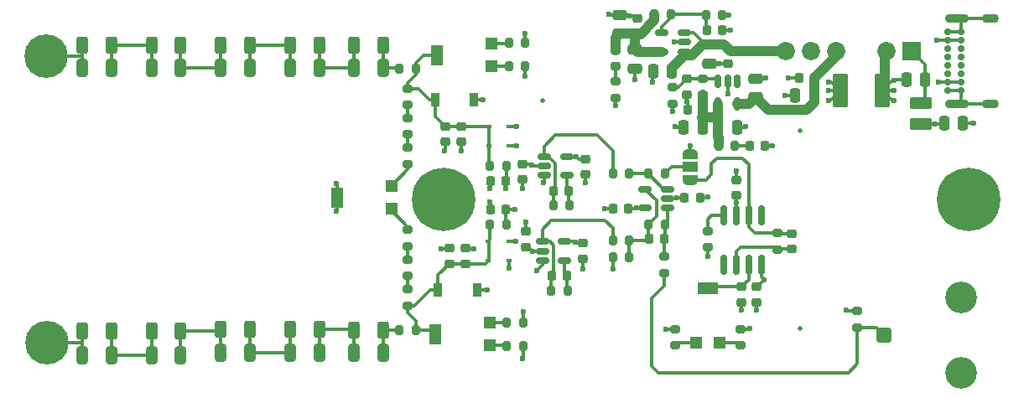
<source format=gbr>
%TF.GenerationSoftware,KiCad,Pcbnew,(6.0.0)*%
%TF.CreationDate,2024-01-04T18:13:25+01:00*%
%TF.ProjectId,Differential_Probe_v1r1,44696666-6572-4656-9e74-69616c5f5072,rev?*%
%TF.SameCoordinates,Original*%
%TF.FileFunction,Copper,L1,Top*%
%TF.FilePolarity,Positive*%
%FSLAX46Y46*%
G04 Gerber Fmt 4.6, Leading zero omitted, Abs format (unit mm)*
G04 Created by KiCad (PCBNEW (6.0.0)) date 2024-01-04 18:13:25*
%MOMM*%
%LPD*%
G01*
G04 APERTURE LIST*
G04 Aperture macros list*
%AMRoundRect*
0 Rectangle with rounded corners*
0 $1 Rounding radius*
0 $2 $3 $4 $5 $6 $7 $8 $9 X,Y pos of 4 corners*
0 Add a 4 corners polygon primitive as box body*
4,1,4,$2,$3,$4,$5,$6,$7,$8,$9,$2,$3,0*
0 Add four circle primitives for the rounded corners*
1,1,$1+$1,$2,$3*
1,1,$1+$1,$4,$5*
1,1,$1+$1,$6,$7*
1,1,$1+$1,$8,$9*
0 Add four rect primitives between the rounded corners*
20,1,$1+$1,$2,$3,$4,$5,0*
20,1,$1+$1,$4,$5,$6,$7,0*
20,1,$1+$1,$6,$7,$8,$9,0*
20,1,$1+$1,$8,$9,$2,$3,0*%
%AMFreePoly0*
4,1,22,0.550000,-0.750000,0.000000,-0.750000,0.000000,-0.745033,-0.079941,-0.743568,-0.215256,-0.701293,-0.333266,-0.622738,-0.424486,-0.514219,-0.481581,-0.384460,-0.499164,-0.250000,-0.500000,-0.250000,-0.500000,0.250000,-0.499164,0.250000,-0.499963,0.256109,-0.478152,0.396186,-0.417904,0.524511,-0.324060,0.630769,-0.204165,0.706417,-0.067858,0.745374,0.000000,0.744959,0.000000,0.750000,
0.550000,0.750000,0.550000,-0.750000,0.550000,-0.750000,$1*%
%AMFreePoly1*
4,1,20,0.000000,0.744959,0.073905,0.744508,0.209726,0.703889,0.328688,0.626782,0.421226,0.519385,0.479903,0.390333,0.500000,0.250000,0.500000,-0.250000,0.499851,-0.262216,0.476331,-0.402017,0.414519,-0.529596,0.319384,-0.634700,0.198574,-0.708877,0.061801,-0.746166,0.000000,-0.745033,0.000000,-0.750000,-0.550000,-0.750000,-0.550000,0.750000,0.000000,0.750000,0.000000,0.744959,
0.000000,0.744959,$1*%
G04 Aperture macros list end*
%TA.AperFunction,ComponentPad*%
%ADD10C,6.400000*%
%TD*%
%TA.AperFunction,ComponentPad*%
%ADD11C,0.800000*%
%TD*%
%TA.AperFunction,SMDPad,CuDef*%
%ADD12RoundRect,0.200000X0.200000X0.275000X-0.200000X0.275000X-0.200000X-0.275000X0.200000X-0.275000X0*%
%TD*%
%TA.AperFunction,SMDPad,CuDef*%
%ADD13R,1.300000X1.300000*%
%TD*%
%TA.AperFunction,SMDPad,CuDef*%
%ADD14R,2.000000X1.300000*%
%TD*%
%TA.AperFunction,SMDPad,CuDef*%
%ADD15RoundRect,0.250000X0.250000X0.475000X-0.250000X0.475000X-0.250000X-0.475000X0.250000X-0.475000X0*%
%TD*%
%TA.AperFunction,SMDPad,CuDef*%
%ADD16RoundRect,0.250000X-0.250000X-0.475000X0.250000X-0.475000X0.250000X0.475000X-0.250000X0.475000X0*%
%TD*%
%TA.AperFunction,SMDPad,CuDef*%
%ADD17RoundRect,0.250000X-0.325000X-0.650000X0.325000X-0.650000X0.325000X0.650000X-0.325000X0.650000X0*%
%TD*%
%TA.AperFunction,SMDPad,CuDef*%
%ADD18RoundRect,0.200000X-0.200000X-0.275000X0.200000X-0.275000X0.200000X0.275000X-0.200000X0.275000X0*%
%TD*%
%TA.AperFunction,SMDPad,CuDef*%
%ADD19R,0.600000X0.450000*%
%TD*%
%TA.AperFunction,SMDPad,CuDef*%
%ADD20RoundRect,0.250000X-0.475000X0.250000X-0.475000X-0.250000X0.475000X-0.250000X0.475000X0.250000X0*%
%TD*%
%TA.AperFunction,SMDPad,CuDef*%
%ADD21RoundRect,0.225000X0.250000X-0.225000X0.250000X0.225000X-0.250000X0.225000X-0.250000X-0.225000X0*%
%TD*%
%TA.AperFunction,SMDPad,CuDef*%
%ADD22RoundRect,0.200000X0.275000X-0.200000X0.275000X0.200000X-0.275000X0.200000X-0.275000X-0.200000X0*%
%TD*%
%TA.AperFunction,ComponentPad*%
%ADD23C,0.700000*%
%TD*%
%TA.AperFunction,ComponentPad*%
%ADD24C,4.400000*%
%TD*%
%TA.AperFunction,SMDPad,CuDef*%
%ADD25RoundRect,0.150000X-0.150000X0.512500X-0.150000X-0.512500X0.150000X-0.512500X0.150000X0.512500X0*%
%TD*%
%TA.AperFunction,SMDPad,CuDef*%
%ADD26RoundRect,0.250000X0.475000X-0.250000X0.475000X0.250000X-0.475000X0.250000X-0.475000X-0.250000X0*%
%TD*%
%TA.AperFunction,SMDPad,CuDef*%
%ADD27RoundRect,0.225000X-0.225000X-0.250000X0.225000X-0.250000X0.225000X0.250000X-0.225000X0.250000X0*%
%TD*%
%TA.AperFunction,ComponentPad*%
%ADD28RoundRect,0.400000X-0.400000X0.400000X-0.400000X-0.400000X0.400000X-0.400000X0.400000X0.400000X0*%
%TD*%
%TA.AperFunction,ComponentPad*%
%ADD29C,3.200000*%
%TD*%
%TA.AperFunction,SMDPad,CuDef*%
%ADD30RoundRect,0.225000X0.225000X0.250000X-0.225000X0.250000X-0.225000X-0.250000X0.225000X-0.250000X0*%
%TD*%
%TA.AperFunction,SMDPad,CuDef*%
%ADD31C,0.500000*%
%TD*%
%TA.AperFunction,SMDPad,CuDef*%
%ADD32R,1.300000X2.000000*%
%TD*%
%TA.AperFunction,SMDPad,CuDef*%
%ADD33RoundRect,0.225000X-0.250000X0.225000X-0.250000X-0.225000X0.250000X-0.225000X0.250000X0.225000X0*%
%TD*%
%TA.AperFunction,SMDPad,CuDef*%
%ADD34RoundRect,0.250000X-0.312500X-0.625000X0.312500X-0.625000X0.312500X0.625000X-0.312500X0.625000X0*%
%TD*%
%TA.AperFunction,SMDPad,CuDef*%
%ADD35RoundRect,0.218750X0.256250X-0.218750X0.256250X0.218750X-0.256250X0.218750X-0.256250X-0.218750X0*%
%TD*%
%TA.AperFunction,SMDPad,CuDef*%
%ADD36RoundRect,0.250000X0.850000X-0.375000X0.850000X0.375000X-0.850000X0.375000X-0.850000X-0.375000X0*%
%TD*%
%TA.AperFunction,SMDPad,CuDef*%
%ADD37RoundRect,0.200000X-0.275000X0.200000X-0.275000X-0.200000X0.275000X-0.200000X0.275000X0.200000X0*%
%TD*%
%TA.AperFunction,ComponentPad*%
%ADD38O,2.400000X0.900000*%
%TD*%
%TA.AperFunction,ComponentPad*%
%ADD39O,1.700000X0.900000*%
%TD*%
%TA.AperFunction,SMDPad,CuDef*%
%ADD40RoundRect,0.150000X0.512500X0.150000X-0.512500X0.150000X-0.512500X-0.150000X0.512500X-0.150000X0*%
%TD*%
%TA.AperFunction,SMDPad,CuDef*%
%ADD41R,0.900000X1.400000*%
%TD*%
%TA.AperFunction,SMDPad,CuDef*%
%ADD42RoundRect,0.250000X0.537500X1.450000X-0.537500X1.450000X-0.537500X-1.450000X0.537500X-1.450000X0*%
%TD*%
%TA.AperFunction,SMDPad,CuDef*%
%ADD43FreePoly0,90.000000*%
%TD*%
%TA.AperFunction,SMDPad,CuDef*%
%ADD44R,1.500000X1.000000*%
%TD*%
%TA.AperFunction,SMDPad,CuDef*%
%ADD45FreePoly1,90.000000*%
%TD*%
%TA.AperFunction,SMDPad,CuDef*%
%ADD46RoundRect,0.150000X-0.512500X-0.150000X0.512500X-0.150000X0.512500X0.150000X-0.512500X0.150000X0*%
%TD*%
%TA.AperFunction,SMDPad,CuDef*%
%ADD47RoundRect,0.150000X0.150000X-0.825000X0.150000X0.825000X-0.150000X0.825000X-0.150000X-0.825000X0*%
%TD*%
%TA.AperFunction,SMDPad,CuDef*%
%ADD48RoundRect,0.218750X-0.218750X-0.256250X0.218750X-0.256250X0.218750X0.256250X-0.218750X0.256250X0*%
%TD*%
%TA.AperFunction,ComponentPad*%
%ADD49R,1.850000X1.850000*%
%TD*%
%TA.AperFunction,ComponentPad*%
%ADD50C,1.850000*%
%TD*%
%TA.AperFunction,ViaPad*%
%ADD51C,0.600000*%
%TD*%
%TA.AperFunction,Conductor*%
%ADD52C,0.350000*%
%TD*%
%TA.AperFunction,Conductor*%
%ADD53C,1.000000*%
%TD*%
G04 APERTURE END LIST*
D10*
%TO.P,H4,1,1*%
%TO.N,GND*%
X207000000Y-118000000D03*
D11*
X209400000Y-118000000D03*
X208697056Y-119697056D03*
X207000000Y-120400000D03*
X205302944Y-119697056D03*
X204600000Y-118000000D03*
X205302944Y-116302944D03*
X207000000Y-115600000D03*
X208697056Y-116302944D03*
%TD*%
D12*
%TO.P,R13,1*%
%TO.N,-6V*%
X162245000Y-102190000D03*
%TO.P,R13,2*%
%TO.N,Net-(R13-Pad2)*%
X160595000Y-102190000D03*
%TD*%
D13*
%TO.P,RV4,1,1*%
%TO.N,Net-(R31-Pad2)*%
X179550000Y-132450000D03*
D14*
%TO.P,RV4,2,2*%
%TO.N,Net-(C35-Pad2)*%
X180700000Y-126950000D03*
D13*
%TO.P,RV4,3,3*%
%TO.N,Net-(R32-Pad1)*%
X181850000Y-132450000D03*
%TD*%
D15*
%TO.P,C5,2*%
%TO.N,GND*%
X175150000Y-105000000D03*
%TO.P,C5,1*%
%TO.N,+9V*%
X177050000Y-105000000D03*
%TD*%
D16*
%TO.P,C1,1*%
%TO.N,+5V_USB*%
X204550000Y-110300000D03*
%TO.P,C1,2*%
%TO.N,GND_USB*%
X206450000Y-110300000D03*
%TD*%
D17*
%TO.P,C22,2*%
%TO.N,Net-(C22-Pad2)*%
X147937500Y-104700000D03*
%TO.P,C22,1*%
%TO.N,Net-(C16-Pad2)*%
X144987500Y-104700000D03*
%TD*%
D18*
%TO.P,R36,1*%
%TO.N,Net-(C36-Pad2)*%
X171095000Y-115390000D03*
%TO.P,R36,2*%
%TO.N,Net-(R36-Pad2)*%
X172745000Y-115390000D03*
%TD*%
D17*
%TO.P,C9,1*%
%TO.N,Net-(C7-Pad2)*%
X124525000Y-133690000D03*
%TO.P,C9,2*%
%TO.N,Net-(C11-Pad1)*%
X127475000Y-133690000D03*
%TD*%
D19*
%TO.P,D3,1,K*%
%TO.N,+6V*%
X160650000Y-124200000D03*
%TO.P,D3,2,A*%
%TO.N,Net-(C18-Pad2)*%
X158550000Y-124200000D03*
%TD*%
D20*
%TO.P,C25,1*%
%TO.N,+6V*%
X173300000Y-102850000D03*
%TO.P,C25,2*%
%TO.N,GND*%
X173300000Y-104750000D03*
%TD*%
D18*
%TO.P,R6,1*%
%TO.N,+6V*%
X175300000Y-99300000D03*
%TO.P,R6,2*%
%TO.N,Net-(C13-Pad1)*%
X176950000Y-99300000D03*
%TD*%
D21*
%TO.P,C14,1*%
%TO.N,GND*%
X178600000Y-107375000D03*
%TO.P,C14,2*%
%TO.N,Net-(C14-Pad2)*%
X178600000Y-105825000D03*
%TD*%
D22*
%TO.P,R25,1*%
%TO.N,Net-(R25-Pad1)*%
X150420000Y-125715000D03*
%TO.P,R25,2*%
%TO.N,Net-(R24-Pad1)*%
X150420000Y-124065000D03*
%TD*%
D17*
%TO.P,C7,1*%
%TO.N,Net-(C7-Pad1)*%
X117525000Y-133690000D03*
%TO.P,C7,2*%
%TO.N,Net-(C7-Pad2)*%
X120475000Y-133690000D03*
%TD*%
D23*
%TO.P,J1,1,Pin_1*%
%TO.N,Net-(C8-Pad1)*%
X112733274Y-104666726D03*
X113900000Y-101850000D03*
X112250000Y-103500000D03*
X115066726Y-102333274D03*
X115550000Y-103500000D03*
X115066726Y-104666726D03*
D24*
X113900000Y-103500000D03*
D23*
X113900000Y-105150000D03*
X112733274Y-102333274D03*
%TD*%
D25*
%TO.P,U2,1,NC*%
%TO.N,unconnected-(U2-Pad1)*%
X183650000Y-106062500D03*
%TO.P,U2,2,GND*%
%TO.N,GND*%
X182700000Y-106062500D03*
%TO.P,U2,3,ADJ*%
%TO.N,Net-(C14-Pad2)*%
X181750000Y-106062500D03*
%TO.P,U2,4,OUT*%
%TO.N,-6V*%
X181750000Y-108337500D03*
%TO.P,U2,5,IN*%
%TO.N,-9V*%
X183650000Y-108337500D03*
%TD*%
D17*
%TO.P,C11,1*%
%TO.N,Net-(C11-Pad1)*%
X131525000Y-133490000D03*
%TO.P,C11,2*%
%TO.N,Net-(C11-Pad2)*%
X134475000Y-133490000D03*
%TD*%
D26*
%TO.P,C19,1*%
%TO.N,+6V*%
X171800000Y-101250000D03*
%TO.P,C19,2*%
%TO.N,GND*%
X171800000Y-99350000D03*
%TD*%
D27*
%TO.P,C45,1*%
%TO.N,Net-(C45-Pad1)*%
X174745000Y-121990000D03*
%TO.P,C45,2*%
%TO.N,Net-(C45-Pad2)*%
X176295000Y-121990000D03*
%TD*%
D28*
%TO.P,J3,1,In*%
%TO.N,Net-(J3-Pad1)*%
X198482500Y-131690000D03*
D29*
%TO.P,J3,2,Ext*%
%TO.N,GND*%
X206282500Y-127890000D03*
X206282500Y-135490000D03*
%TD*%
D18*
%TO.P,R37,1*%
%TO.N,Net-(C39-Pad2)*%
X171095000Y-122090000D03*
%TO.P,R37,2*%
%TO.N,Net-(C45-Pad1)*%
X172745000Y-122090000D03*
%TD*%
D21*
%TO.P,C42,1*%
%TO.N,Net-(C42-Pad1)*%
X189200000Y-122975000D03*
%TO.P,C42,2*%
%TO.N,Net-(C42-Pad2)*%
X189200000Y-121425000D03*
%TD*%
D30*
%TO.P,C39,1*%
%TO.N,Net-(C39-Pad1)*%
X166475000Y-125690000D03*
%TO.P,C39,2*%
%TO.N,Net-(C39-Pad2)*%
X164925000Y-125690000D03*
%TD*%
D31*
%TO.P,FID1,*%
%TO.N,*%
X190000000Y-111000000D03*
%TD*%
D13*
%TO.P,RV1,1,1*%
%TO.N,Net-(R3-Pad1)*%
X158870000Y-104540000D03*
D32*
%TO.P,RV1,2,2*%
%TO.N,Net-(C17-Pad1)*%
X153370000Y-103390000D03*
D13*
%TO.P,RV1,3,3*%
%TO.N,Net-(R13-Pad2)*%
X158870000Y-102240000D03*
%TD*%
D12*
%TO.P,R33,2*%
%TO.N,Net-(C36-Pad2)*%
X165080000Y-118610000D03*
%TO.P,R33,1*%
%TO.N,Net-(C36-Pad1)*%
X166730000Y-118610000D03*
%TD*%
D33*
%TO.P,C29,1*%
%TO.N,GND*%
X173600000Y-99725000D03*
%TO.P,C29,2*%
%TO.N,+6V*%
X173600000Y-101275000D03*
%TD*%
D30*
%TO.P,C36,1*%
%TO.N,Net-(C36-Pad1)*%
X166655000Y-117110000D03*
%TO.P,C36,2*%
%TO.N,Net-(C36-Pad2)*%
X165105000Y-117110000D03*
%TD*%
D34*
%TO.P,R18,1*%
%TO.N,Net-(C16-Pad2)*%
X145000000Y-102400000D03*
%TO.P,R18,2*%
%TO.N,Net-(C22-Pad2)*%
X147925000Y-102400000D03*
%TD*%
D18*
%TO.P,R41,1*%
%TO.N,Net-(C45-Pad1)*%
X174695000Y-120490000D03*
%TO.P,R41,2*%
%TO.N,Net-(C45-Pad2)*%
X176345000Y-120490000D03*
%TD*%
D12*
%TO.P,R30,1*%
%TO.N,Net-(D6-Pad1)*%
X183425000Y-112600000D03*
%TO.P,R30,2*%
%TO.N,-6V*%
X181775000Y-112600000D03*
%TD*%
D17*
%TO.P,C15,1*%
%TO.N,Net-(C11-Pad2)*%
X138562500Y-133490000D03*
%TO.P,C15,2*%
%TO.N,Net-(C15-Pad2)*%
X141512500Y-133490000D03*
%TD*%
D34*
%TO.P,R10,1*%
%TO.N,Net-(C10-Pad1)*%
X124537500Y-102400000D03*
%TO.P,R10,2*%
%TO.N,Net-(C10-Pad2)*%
X127462500Y-102400000D03*
%TD*%
D16*
%TO.P,C4,1*%
%TO.N,GND*%
X189525000Y-107500000D03*
%TO.P,C4,2*%
%TO.N,-9V*%
X191425000Y-107500000D03*
%TD*%
D18*
%TO.P,R3,1*%
%TO.N,Net-(R3-Pad1)*%
X160595000Y-104490000D03*
%TO.P,R3,2*%
%TO.N,+6V*%
X162245000Y-104490000D03*
%TD*%
D16*
%TO.P,C26,1*%
%TO.N,GND*%
X178250000Y-110700000D03*
%TO.P,C26,2*%
%TO.N,-6V*%
X180150000Y-110700000D03*
%TD*%
D15*
%TO.P,C20,1*%
%TO.N,GND*%
X183650000Y-110700000D03*
%TO.P,C20,2*%
%TO.N,-6V*%
X181750000Y-110700000D03*
%TD*%
D35*
%TO.P,D5,1,K*%
%TO.N,Net-(D5-Pad1)*%
X171400000Y-104487500D03*
%TO.P,D5,2,A*%
%TO.N,+6V*%
X171400000Y-102912500D03*
%TD*%
D22*
%TO.P,R21,1*%
%TO.N,Net-(R21-Pad1)*%
X150420000Y-108415000D03*
%TO.P,R21,2*%
%TO.N,Net-(C17-Pad1)*%
X150420000Y-106765000D03*
%TD*%
D21*
%TO.P,C40,1*%
%TO.N,+6V*%
X183600000Y-117575000D03*
%TO.P,C40,2*%
%TO.N,GND*%
X183600000Y-116025000D03*
%TD*%
D30*
%TO.P,C31,1*%
%TO.N,Net-(C31-Pad1)*%
X160295000Y-116090000D03*
%TO.P,C31,2*%
%TO.N,GND*%
X158745000Y-116090000D03*
%TD*%
D34*
%TO.P,R12,1*%
%TO.N,Net-(C10-Pad2)*%
X131537500Y-102400000D03*
%TO.P,R12,2*%
%TO.N,Net-(C12-Pad2)*%
X134462500Y-102400000D03*
%TD*%
D22*
%TO.P,R23,1*%
%TO.N,Net-(R23-Pad1)*%
X150420000Y-114415000D03*
%TO.P,R23,2*%
%TO.N,Net-(R22-Pad1)*%
X150420000Y-112765000D03*
%TD*%
D12*
%TO.P,R28,1*%
%TO.N,Net-(C31-Pad1)*%
X160345000Y-114590000D03*
%TO.P,R28,2*%
%TO.N,Net-(C17-Pad1)*%
X158695000Y-114590000D03*
%TD*%
D36*
%TO.P,L1,1*%
%TO.N,+5V_USB*%
X202200000Y-110375000D03*
%TO.P,L1,2*%
%TO.N,Net-(C2-Pad1)*%
X202200000Y-108225000D03*
%TD*%
D19*
%TO.P,D2,1,K*%
%TO.N,Net-(C17-Pad1)*%
X158570000Y-110590000D03*
%TO.P,D2,2,A*%
%TO.N,-6V*%
X160670000Y-110590000D03*
%TD*%
D22*
%TO.P,R32,1*%
%TO.N,Net-(R32-Pad1)*%
X184000000Y-132725000D03*
%TO.P,R32,2*%
%TO.N,-6V*%
X184000000Y-131075000D03*
%TD*%
D34*
%TO.P,R2,1*%
%TO.N,Net-(C8-Pad1)*%
X117537500Y-102400000D03*
%TO.P,R2,2*%
%TO.N,Net-(C10-Pad1)*%
X120462500Y-102400000D03*
%TD*%
D17*
%TO.P,C10,1*%
%TO.N,Net-(C10-Pad1)*%
X124525000Y-104700000D03*
%TO.P,C10,2*%
%TO.N,Net-(C10-Pad2)*%
X127475000Y-104700000D03*
%TD*%
D22*
%TO.P,R24,1*%
%TO.N,Net-(R24-Pad1)*%
X150420000Y-122715000D03*
%TO.P,R24,2*%
%TO.N,Net-(R24-Pad2)*%
X150420000Y-121065000D03*
%TD*%
D27*
%TO.P,C13,2*%
%TO.N,GND*%
X182125000Y-100850000D03*
%TO.P,C13,1*%
%TO.N,Net-(C13-Pad1)*%
X180575000Y-100850000D03*
%TD*%
D37*
%TO.P,R31,1*%
%TO.N,+6V*%
X177400000Y-131075000D03*
%TO.P,R31,2*%
%TO.N,Net-(R31-Pad2)*%
X177400000Y-132725000D03*
%TD*%
D38*
%TO.P,P1,S1,SHIELD*%
%TO.N,GND_USB*%
X205855000Y-99675000D03*
X205855000Y-108325000D03*
D39*
X209235000Y-99675000D03*
X209235000Y-108325000D03*
D23*
%TO.P,P1,B12,GND*%
X206225000Y-106975000D03*
%TO.P,P1,B9,VBUS*%
%TO.N,+5V_USB*%
X206225000Y-106125000D03*
%TO.P,P1,B8*%
%TO.N,N/C*%
X206225000Y-105275000D03*
%TO.P,P1,B7*%
X206225000Y-104425000D03*
%TO.P,P1,B6*%
X206225000Y-103575000D03*
%TO.P,P1,B5,VCONN*%
%TO.N,unconnected-(P1-PadB5)*%
X206225000Y-102725000D03*
%TO.P,P1,B4,VBUS*%
%TO.N,+5V_USB*%
X206225000Y-101875000D03*
%TO.P,P1,B1,GND*%
%TO.N,GND_USB*%
X206225000Y-101025000D03*
%TO.P,P1,A12,GND*%
X204875000Y-101025000D03*
%TO.P,P1,A9,VBUS*%
%TO.N,+5V_USB*%
X204875000Y-101875000D03*
%TO.P,P1,A8*%
%TO.N,N/C*%
X204875000Y-102725000D03*
%TO.P,P1,A7,D-*%
%TO.N,unconnected-(P1-PadA7)*%
X204875000Y-103575000D03*
%TO.P,P1,A6,D+*%
%TO.N,unconnected-(P1-PadA6)*%
X204875000Y-104425000D03*
%TO.P,P1,A5,CC*%
%TO.N,unconnected-(P1-PadA5)*%
X204875000Y-105275000D03*
%TO.P,P1,A4,VBUS*%
%TO.N,+5V_USB*%
X204875000Y-106125000D03*
%TO.P,P1,A1,GND*%
%TO.N,GND_USB*%
X204875000Y-106975000D03*
%TD*%
D34*
%TO.P,R17,1*%
%TO.N,Net-(C15-Pad2)*%
X145000000Y-131190000D03*
%TO.P,R17,2*%
%TO.N,Net-(C21-Pad2)*%
X147925000Y-131190000D03*
%TD*%
D40*
%TO.P,U1,5,OUT*%
%TO.N,+6V*%
X176062500Y-103050000D03*
%TO.P,U1,4,ADJ*%
%TO.N,Net-(C13-Pad1)*%
X176062500Y-101150000D03*
%TO.P,U1,3,EN*%
%TO.N,+9V*%
X178337500Y-101150000D03*
%TO.P,U1,2,GND*%
%TO.N,GND*%
X178337500Y-102100000D03*
%TO.P,U1,1,IN*%
%TO.N,+9V*%
X178337500Y-103050000D03*
%TD*%
D33*
%TO.P,C33,1*%
%TO.N,+6V*%
X168300000Y-113925000D03*
%TO.P,C33,2*%
%TO.N,GND*%
X168300000Y-115475000D03*
%TD*%
D30*
%TO.P,C30,1*%
%TO.N,-6V*%
X180175000Y-108900000D03*
%TO.P,C30,2*%
%TO.N,GND*%
X178625000Y-108900000D03*
%TD*%
D33*
%TO.P,C24,2*%
%TO.N,Net-(C18-Pad2)*%
X156200000Y-124475000D03*
%TO.P,C24,1*%
%TO.N,GND*%
X156200000Y-122925000D03*
%TD*%
D34*
%TO.P,R1,1*%
%TO.N,Net-(C7-Pad1)*%
X117537500Y-131290000D03*
%TO.P,R1,2*%
%TO.N,Net-(C7-Pad2)*%
X120462500Y-131290000D03*
%TD*%
D30*
%TO.P,C43,1*%
%TO.N,+6V*%
X172675000Y-118890000D03*
%TO.P,C43,2*%
%TO.N,GND*%
X171125000Y-118890000D03*
%TD*%
D34*
%TO.P,R16,1*%
%TO.N,Net-(C12-Pad2)*%
X138537500Y-102400000D03*
%TO.P,R16,2*%
%TO.N,Net-(C16-Pad2)*%
X141462500Y-102400000D03*
%TD*%
D33*
%TO.P,C27,1*%
%TO.N,Net-(C17-Pad1)*%
X154200000Y-110625000D03*
%TO.P,C27,2*%
%TO.N,GND*%
X154200000Y-112175000D03*
%TD*%
D30*
%TO.P,C32,1*%
%TO.N,Net-(C32-Pad1)*%
X160295000Y-118990000D03*
%TO.P,C32,2*%
%TO.N,GND*%
X158745000Y-118990000D03*
%TD*%
D17*
%TO.P,C12,2*%
%TO.N,Net-(C12-Pad2)*%
X134475000Y-104700000D03*
%TO.P,C12,1*%
%TO.N,Net-(C10-Pad2)*%
X131525000Y-104700000D03*
%TD*%
D34*
%TO.P,R5,1*%
%TO.N,Net-(C7-Pad2)*%
X124537500Y-131290000D03*
%TO.P,R5,2*%
%TO.N,Net-(C11-Pad1)*%
X127462500Y-131290000D03*
%TD*%
D33*
%TO.P,C37,1*%
%TO.N,+6V*%
X168120000Y-122415000D03*
%TO.P,C37,2*%
%TO.N,GND*%
X168120000Y-123965000D03*
%TD*%
D19*
%TO.P,D1,2,A*%
%TO.N,Net-(C17-Pad1)*%
X158570000Y-112590000D03*
%TO.P,D1,1,K*%
%TO.N,+6V*%
X160670000Y-112590000D03*
%TD*%
D12*
%TO.P,R19,1*%
%TO.N,Net-(C17-Pad1)*%
X151225000Y-104790000D03*
%TO.P,R19,2*%
%TO.N,Net-(C22-Pad2)*%
X149575000Y-104790000D03*
%TD*%
D19*
%TO.P,D4,1,K*%
%TO.N,Net-(C18-Pad2)*%
X158550000Y-122200000D03*
%TO.P,D4,2,A*%
%TO.N,-6V*%
X160650000Y-122200000D03*
%TD*%
D31*
%TO.P,FID2,*%
%TO.N,*%
X164000000Y-108000000D03*
%TD*%
D22*
%TO.P,R26,1*%
%TO.N,Net-(C18-Pad2)*%
X150420000Y-128715000D03*
%TO.P,R26,2*%
%TO.N,Net-(R25-Pad1)*%
X150420000Y-127065000D03*
%TD*%
D15*
%TO.P,C2,1*%
%TO.N,Net-(C2-Pad1)*%
X202650000Y-105900000D03*
%TO.P,C2,2*%
%TO.N,GND_USB*%
X200750000Y-105900000D03*
%TD*%
D17*
%TO.P,C16,2*%
%TO.N,Net-(C16-Pad2)*%
X141475000Y-104700000D03*
%TO.P,C16,1*%
%TO.N,Net-(C12-Pad2)*%
X138525000Y-104700000D03*
%TD*%
D13*
%TO.P,RV2,1,1*%
%TO.N,Net-(R14-Pad2)*%
X158670000Y-132740000D03*
D32*
%TO.P,RV2,2,2*%
%TO.N,Net-(C18-Pad2)*%
X153170000Y-131590000D03*
D13*
%TO.P,RV2,3,3*%
%TO.N,Net-(R4-Pad1)*%
X158670000Y-130440000D03*
%TD*%
D18*
%TO.P,R7,1*%
%TO.N,Net-(C13-Pad1)*%
X180525000Y-99350000D03*
%TO.P,R7,2*%
%TO.N,GND*%
X182175000Y-99350000D03*
%TD*%
D41*
%TO.P,C18,1*%
%TO.N,GND*%
X157370000Y-127090000D03*
%TO.P,C18,2*%
%TO.N,Net-(C18-Pad2)*%
X153470000Y-127090000D03*
%TD*%
D17*
%TO.P,C8,2*%
%TO.N,Net-(C10-Pad1)*%
X120475000Y-104700000D03*
%TO.P,C8,1*%
%TO.N,Net-(C8-Pad1)*%
X117525000Y-104700000D03*
%TD*%
D11*
%TO.P,H3,1,1*%
%TO.N,GND*%
X154000000Y-115600000D03*
X152302944Y-119697056D03*
D10*
X154000000Y-118000000D03*
D11*
X155697056Y-119697056D03*
X154000000Y-120400000D03*
X151600000Y-118000000D03*
X155697056Y-116302944D03*
X156400000Y-118000000D03*
X152302944Y-116302944D03*
%TD*%
D42*
%TO.P,C46,1*%
%TO.N,GND_USB*%
X198337500Y-107000000D03*
%TO.P,C46,2*%
%TO.N,GND*%
X194062500Y-107000000D03*
%TD*%
D33*
%TO.P,C23,1*%
%TO.N,Net-(C17-Pad1)*%
X155800000Y-110625000D03*
%TO.P,C23,2*%
%TO.N,GND*%
X155800000Y-112175000D03*
%TD*%
D12*
%TO.P,R34,1*%
%TO.N,Net-(C39-Pad1)*%
X166525000Y-127190000D03*
%TO.P,R34,2*%
%TO.N,Net-(C39-Pad2)*%
X164875000Y-127190000D03*
%TD*%
D30*
%TO.P,C48,1*%
%TO.N,-9V*%
X191450000Y-105700000D03*
%TO.P,C48,2*%
%TO.N,GND*%
X189900000Y-105700000D03*
%TD*%
D22*
%TO.P,R38,1*%
%TO.N,+6V*%
X180700000Y-122825000D03*
%TO.P,R38,2*%
%TO.N,Net-(R38-Pad2)*%
X180700000Y-121175000D03*
%TD*%
D21*
%TO.P,C35,1*%
%TO.N,GND*%
X184100000Y-128375000D03*
%TO.P,C35,2*%
%TO.N,Net-(C35-Pad2)*%
X184100000Y-126825000D03*
%TD*%
D37*
%TO.P,R27,1*%
%TO.N,Net-(D5-Pad1)*%
X171400000Y-106075000D03*
%TO.P,R27,2*%
%TO.N,GND*%
X171400000Y-107725000D03*
%TD*%
D21*
%TO.P,C38,1*%
%TO.N,-6V*%
X162300000Y-122775000D03*
%TO.P,C38,2*%
%TO.N,GND*%
X162300000Y-121225000D03*
%TD*%
D12*
%TO.P,R14,1*%
%TO.N,-6V*%
X162045000Y-132790000D03*
%TO.P,R14,2*%
%TO.N,Net-(R14-Pad2)*%
X160395000Y-132790000D03*
%TD*%
D37*
%TO.P,R35,1*%
%TO.N,Net-(C42-Pad2)*%
X187700000Y-121375000D03*
%TO.P,R35,2*%
%TO.N,Net-(C42-Pad1)*%
X187700000Y-123025000D03*
%TD*%
D22*
%TO.P,R22,1*%
%TO.N,Net-(R22-Pad1)*%
X150420000Y-111415000D03*
%TO.P,R22,2*%
%TO.N,Net-(R21-Pad1)*%
X150420000Y-109765000D03*
%TD*%
D31*
%TO.P,FID3,*%
%TO.N,*%
X190000000Y-131000000D03*
%TD*%
D12*
%TO.P,R29,1*%
%TO.N,Net-(C32-Pad1)*%
X160345000Y-120490000D03*
%TO.P,R29,2*%
%TO.N,Net-(C18-Pad2)*%
X158695000Y-120490000D03*
%TD*%
D20*
%TO.P,C3,1*%
%TO.N,+9V*%
X180900000Y-102350000D03*
%TO.P,C3,2*%
%TO.N,GND*%
X180900000Y-104250000D03*
%TD*%
D34*
%TO.P,R11,1*%
%TO.N,Net-(C11-Pad1)*%
X131537500Y-131090000D03*
%TO.P,R11,2*%
%TO.N,Net-(C11-Pad2)*%
X134462500Y-131090000D03*
%TD*%
D27*
%TO.P,C44,1*%
%TO.N,-6V*%
X178345000Y-117790000D03*
%TO.P,C44,2*%
%TO.N,GND*%
X179895000Y-117790000D03*
%TD*%
D40*
%TO.P,U6,1*%
%TO.N,Net-(C45-Pad2)*%
X176657500Y-118840000D03*
%TO.P,U6,2,V-*%
%TO.N,-6V*%
X176657500Y-117890000D03*
%TO.P,U6,3,+*%
%TO.N,Net-(R36-Pad2)*%
X176657500Y-116940000D03*
%TO.P,U6,4,-*%
%TO.N,Net-(C45-Pad1)*%
X174382500Y-116940000D03*
%TO.P,U6,5,V+*%
%TO.N,+6V*%
X174382500Y-118840000D03*
%TD*%
D43*
%TO.P,JP1,1,A*%
%TO.N,Net-(C42-Pad2)*%
X178900000Y-116000000D03*
D44*
%TO.P,JP1,2,C*%
%TO.N,Net-(JP1-Pad2)*%
X178900000Y-114700000D03*
D45*
%TO.P,JP1,3,B*%
%TO.N,GND*%
X178900000Y-113400000D03*
%TD*%
D34*
%TO.P,R15,1*%
%TO.N,Net-(C11-Pad2)*%
X138537500Y-131090000D03*
%TO.P,R15,2*%
%TO.N,Net-(C15-Pad2)*%
X141462500Y-131090000D03*
%TD*%
D18*
%TO.P,R39,1*%
%TO.N,Net-(R36-Pad2)*%
X174695000Y-115390000D03*
%TO.P,R39,2*%
%TO.N,Net-(JP1-Pad2)*%
X176345000Y-115390000D03*
%TD*%
D33*
%TO.P,C28,1*%
%TO.N,GND*%
X154600000Y-122925000D03*
%TO.P,C28,2*%
%TO.N,Net-(C18-Pad2)*%
X154600000Y-124475000D03*
%TD*%
D18*
%TO.P,R4,1*%
%TO.N,Net-(R4-Pad1)*%
X160395000Y-130390000D03*
%TO.P,R4,2*%
%TO.N,+6V*%
X162045000Y-130390000D03*
%TD*%
D33*
%TO.P,C41,1*%
%TO.N,-6V*%
X185600000Y-126825000D03*
%TO.P,C41,2*%
%TO.N,GND*%
X185600000Y-128375000D03*
%TD*%
D46*
%TO.P,U4,1*%
%TO.N,Net-(C39-Pad2)*%
X163982500Y-122240000D03*
%TO.P,U4,2,V-*%
%TO.N,-6V*%
X163982500Y-123190000D03*
%TO.P,U4,3,+*%
%TO.N,Net-(C32-Pad1)*%
X163982500Y-124140000D03*
%TO.P,U4,4,-*%
%TO.N,Net-(C39-Pad1)*%
X166257500Y-124140000D03*
%TO.P,U4,5,V+*%
%TO.N,+6V*%
X166257500Y-122240000D03*
%TD*%
D37*
%TO.P,R42,1*%
%TO.N,Net-(C45-Pad2)*%
X176300000Y-123775000D03*
%TO.P,R42,2*%
%TO.N,Net-(J3-Pad1)*%
X176300000Y-125425000D03*
%TD*%
D12*
%TO.P,R20,1*%
%TO.N,Net-(C18-Pad2)*%
X151225000Y-131200000D03*
%TO.P,R20,2*%
%TO.N,Net-(C21-Pad2)*%
X149575000Y-131200000D03*
%TD*%
D37*
%TO.P,R9,2*%
%TO.N,-6V*%
X180200000Y-107425000D03*
%TO.P,R9,1*%
%TO.N,Net-(C14-Pad2)*%
X180200000Y-105775000D03*
%TD*%
D23*
%TO.P,J2,1,Pin_1*%
%TO.N,Net-(C7-Pad1)*%
X112350000Y-132500000D03*
X115166726Y-131333274D03*
X114000000Y-130850000D03*
X112833274Y-133666726D03*
D24*
X114000000Y-132500000D03*
D23*
X114000000Y-134150000D03*
X115650000Y-132500000D03*
X115166726Y-133666726D03*
X112833274Y-131333274D03*
%TD*%
D41*
%TO.P,C17,1*%
%TO.N,Net-(C17-Pad1)*%
X153170000Y-107890000D03*
%TO.P,C17,2*%
%TO.N,GND*%
X157070000Y-107890000D03*
%TD*%
D46*
%TO.P,U3,1*%
%TO.N,Net-(C36-Pad2)*%
X164162500Y-113650000D03*
%TO.P,U3,2,V-*%
%TO.N,-6V*%
X164162500Y-114600000D03*
%TO.P,U3,3,+*%
%TO.N,Net-(C31-Pad1)*%
X164162500Y-115550000D03*
%TO.P,U3,4,-*%
%TO.N,Net-(C36-Pad1)*%
X166437500Y-115550000D03*
%TO.P,U3,5,V+*%
%TO.N,+6V*%
X166437500Y-113650000D03*
%TD*%
D13*
%TO.P,RV3,1,1*%
%TO.N,Net-(R24-Pad2)*%
X148750000Y-118940000D03*
D32*
%TO.P,RV3,2,2*%
%TO.N,GND*%
X143250000Y-117790000D03*
D13*
%TO.P,RV3,3,3*%
%TO.N,Net-(R23-Pad1)*%
X148750000Y-116640000D03*
%TD*%
D22*
%TO.P,R8,1*%
%TO.N,GND*%
X177100000Y-108325000D03*
%TO.P,R8,2*%
%TO.N,Net-(C14-Pad2)*%
X177100000Y-106675000D03*
%TD*%
D47*
%TO.P,U5,8,~{D}*%
%TO.N,Net-(R38-Pad2)*%
X182295000Y-119625000D03*
%TO.P,U5,7,V+*%
%TO.N,+6V*%
X183565000Y-119625000D03*
%TO.P,U5,6*%
%TO.N,Net-(C42-Pad2)*%
X184835000Y-119625000D03*
%TO.P,U5,5*%
%TO.N,N/C*%
X186105000Y-119625000D03*
%TO.P,U5,4,V-*%
%TO.N,-6V*%
X186105000Y-124575000D03*
%TO.P,U5,3,+*%
%TO.N,Net-(C35-Pad2)*%
X184835000Y-124575000D03*
%TO.P,U5,2,-*%
%TO.N,Net-(C42-Pad1)*%
X183565000Y-124575000D03*
%TO.P,U5,1*%
%TO.N,N/C*%
X182295000Y-124575000D03*
%TD*%
D17*
%TO.P,C21,1*%
%TO.N,Net-(C15-Pad2)*%
X144987500Y-133490000D03*
%TO.P,C21,2*%
%TO.N,Net-(C21-Pad2)*%
X147937500Y-133490000D03*
%TD*%
D22*
%TO.P,R43,1*%
%TO.N,Net-(J3-Pad1)*%
X195782500Y-130915000D03*
%TO.P,R43,2*%
%TO.N,GND*%
X195782500Y-129265000D03*
%TD*%
D12*
%TO.P,R40,1*%
%TO.N,Net-(C45-Pad1)*%
X172745000Y-123790000D03*
%TO.P,R40,2*%
%TO.N,GND*%
X171095000Y-123790000D03*
%TD*%
D48*
%TO.P,D6,1,K*%
%TO.N,Net-(D6-Pad1)*%
X184912500Y-112600000D03*
%TO.P,D6,2,A*%
%TO.N,GND*%
X186487500Y-112600000D03*
%TD*%
D21*
%TO.P,C47,1*%
%TO.N,GND*%
X182700000Y-104275000D03*
%TO.P,C47,2*%
%TO.N,+9V*%
X182700000Y-102725000D03*
%TD*%
D20*
%TO.P,C6,1*%
%TO.N,GND*%
X185500000Y-105750000D03*
%TO.P,C6,2*%
%TO.N,-9V*%
X185500000Y-107650000D03*
%TD*%
D49*
%TO.P,PS1,1,+Vin*%
%TO.N,Net-(C2-Pad1)*%
X201270000Y-102995000D03*
D50*
%TO.P,PS1,2,-Vin*%
%TO.N,GND_USB*%
X198730000Y-102995000D03*
%TO.P,PS1,4,-Vout*%
%TO.N,-9V*%
X193650000Y-102995000D03*
%TO.P,PS1,5,0V*%
%TO.N,GND*%
X191110000Y-102995000D03*
%TO.P,PS1,6,+Vout*%
%TO.N,+9V*%
X188570000Y-102995000D03*
%TD*%
D33*
%TO.P,C34,1*%
%TO.N,-6V*%
X162020000Y-114415000D03*
%TO.P,C34,2*%
%TO.N,GND*%
X162020000Y-115965000D03*
%TD*%
D51*
%TO.N,+5V_USB*%
X204000000Y-106100000D03*
X203800000Y-101900000D03*
X203600000Y-110400000D03*
%TO.N,Net-(C32-Pad1)*%
X161200000Y-119000000D03*
X163400000Y-125200000D03*
%TO.N,Net-(C31-Pad1)*%
X164100000Y-116300000D03*
X160300000Y-116900000D03*
%TO.N,GND*%
X177300000Y-102100000D03*
%TO.N,+6V*%
X174600000Y-100700000D03*
X174700000Y-103100000D03*
X171400000Y-102100000D03*
X173300000Y-102100000D03*
%TO.N,GND*%
X175100000Y-106100000D03*
%TO.N,-6V*%
X181800000Y-111700000D03*
X180200000Y-108100000D03*
X180100000Y-109700000D03*
X181700000Y-109500000D03*
%TO.N,+6V*%
X167400000Y-113700000D03*
%TO.N,-6V*%
X162900000Y-114500000D03*
X177600000Y-117800000D03*
%TO.N,+6V*%
X161400000Y-112600000D03*
%TO.N,-6V*%
X161400000Y-110600000D03*
%TO.N,+6V*%
X160600000Y-124900000D03*
%TO.N,-6V*%
X163000000Y-123200000D03*
X161300000Y-122200000D03*
%TO.N,+6V*%
X167300000Y-122300000D03*
X173500000Y-118800000D03*
X180700000Y-123700000D03*
X183600000Y-118300000D03*
%TO.N,-6V*%
X186400000Y-126100000D03*
%TO.N,+6V*%
X176500000Y-131100000D03*
%TO.N,-6V*%
X184900000Y-131000000D03*
%TO.N,+6V*%
X162100000Y-129300000D03*
%TO.N,-6V*%
X162000000Y-134100000D03*
%TO.N,+6V*%
X162200000Y-105500000D03*
%TO.N,-6V*%
X162200000Y-101200000D03*
%TO.N,GND_USB*%
X199462500Y-107000000D03*
X199462500Y-108005000D03*
X207500000Y-110300000D03*
X199462500Y-106000000D03*
%TO.N,GND*%
X183600000Y-115100000D03*
X184500000Y-110600000D03*
X170700000Y-99300000D03*
X153800000Y-123000000D03*
X182950000Y-100850000D03*
X177100000Y-109100000D03*
X180700000Y-117700000D03*
X168300000Y-116300000D03*
X192900000Y-108005000D03*
X192900000Y-106105000D03*
X188500000Y-107500000D03*
X158700000Y-116900000D03*
X158700000Y-118200000D03*
X170300000Y-118900000D03*
X184100000Y-129200000D03*
X182700000Y-107300000D03*
X182850000Y-99350000D03*
X154100000Y-113100000D03*
X178600000Y-108100000D03*
X168100000Y-125000000D03*
X158400000Y-127100000D03*
X192900000Y-107005000D03*
X158000000Y-107900000D03*
X177400000Y-110600000D03*
X162000000Y-116900000D03*
X187200000Y-112600000D03*
X172800000Y-99400000D03*
X186500000Y-105700000D03*
X162320000Y-120290000D03*
X155800000Y-113100000D03*
X143200000Y-116400000D03*
X194700000Y-129200000D03*
X157100000Y-123000000D03*
X188800000Y-105700000D03*
X178900000Y-112600000D03*
X143200000Y-119200000D03*
X181900000Y-104300000D03*
X185600000Y-129200000D03*
X173300000Y-105900000D03*
X171400000Y-108500000D03*
X171100000Y-125000000D03*
%TD*%
D52*
%TO.N,Net-(J3-Pad1)*%
X195782500Y-134617500D02*
X195782500Y-130915000D01*
X175700000Y-135500000D02*
X194900000Y-135500000D01*
X194900000Y-135500000D02*
X195782500Y-134617500D01*
X175000000Y-134800000D02*
X175700000Y-135500000D01*
X175000000Y-128000000D02*
X175000000Y-134800000D01*
X176300000Y-126700000D02*
X175000000Y-128000000D01*
X176300000Y-125425000D02*
X176300000Y-126700000D01*
%TO.N,GND*%
X156275000Y-123000000D02*
X157100000Y-123000000D01*
X156200000Y-122925000D02*
X156275000Y-123000000D01*
%TO.N,Net-(C18-Pad2)*%
X158695000Y-122065000D02*
X158695000Y-120490000D01*
X158285000Y-124475000D02*
X158570000Y-124190000D01*
X158570000Y-122190000D02*
X158695000Y-122065000D01*
X156200000Y-124475000D02*
X158285000Y-124475000D01*
X154600000Y-124475000D02*
X156200000Y-124475000D01*
X158570000Y-124190000D02*
X158570000Y-122190000D01*
X154600000Y-124475000D02*
X153470000Y-125605000D01*
X153470000Y-125605000D02*
X153470000Y-127090000D01*
%TO.N,GND*%
X154600000Y-122925000D02*
X154525000Y-123000000D01*
X154525000Y-123000000D02*
X153800000Y-123000000D01*
%TO.N,+6V*%
X160650000Y-124850000D02*
X160600000Y-124900000D01*
X160650000Y-124200000D02*
X160650000Y-124850000D01*
%TO.N,+5V_USB*%
X204025000Y-106125000D02*
X204875000Y-106125000D01*
X204000000Y-106100000D02*
X204025000Y-106125000D01*
X203825000Y-101875000D02*
X203800000Y-101900000D01*
X204875000Y-101875000D02*
X203825000Y-101875000D01*
X204550000Y-110400000D02*
X203600000Y-110400000D01*
X202200000Y-110375000D02*
X203575000Y-110375000D01*
X203575000Y-110375000D02*
X203600000Y-110400000D01*
%TO.N,Net-(C32-Pad1)*%
X163982500Y-124617500D02*
X163982500Y-124140000D01*
X163400000Y-125200000D02*
X163982500Y-124617500D01*
X161190000Y-118990000D02*
X161200000Y-119000000D01*
X160295000Y-118990000D02*
X161190000Y-118990000D01*
%TO.N,Net-(C31-Pad1)*%
X164162500Y-115550000D02*
X164162500Y-116237500D01*
X164162500Y-116237500D02*
X164100000Y-116300000D01*
X160295000Y-116895000D02*
X160300000Y-116900000D01*
X160295000Y-116090000D02*
X160295000Y-116895000D01*
%TO.N,Net-(C36-Pad2)*%
X165300000Y-111500000D02*
X164162500Y-112637500D01*
X169500000Y-111500000D02*
X165300000Y-111500000D01*
X171095000Y-113095000D02*
X169500000Y-111500000D01*
X171095000Y-115390000D02*
X171095000Y-113095000D01*
X164162500Y-112637500D02*
X164162500Y-113650000D01*
%TO.N,+9V*%
X180450000Y-102350000D02*
X180900000Y-102350000D01*
X178337500Y-101150000D02*
X179250000Y-101150000D01*
X179250000Y-101150000D02*
X180450000Y-102350000D01*
D53*
X188565000Y-103000000D02*
X188570000Y-102995000D01*
X182975000Y-103000000D02*
X188565000Y-103000000D01*
X182700000Y-102725000D02*
X182975000Y-103000000D01*
D52*
%TO.N,GND*%
X178337500Y-102100000D02*
X177300000Y-102100000D01*
D53*
%TO.N,+9V*%
X177050000Y-104650000D02*
X177050000Y-105000000D01*
X179100000Y-103400000D02*
X178300000Y-103400000D01*
X178300000Y-103400000D02*
X177050000Y-104650000D01*
X180150000Y-102350000D02*
X179100000Y-103400000D01*
X180900000Y-102350000D02*
X180150000Y-102350000D01*
%TO.N,+6V*%
X173300000Y-102100000D02*
X173300000Y-101575000D01*
X176012500Y-103100000D02*
X173550000Y-103100000D01*
X173550000Y-103100000D02*
X173300000Y-102850000D01*
X171400000Y-101650000D02*
X171400000Y-102912500D01*
X171800000Y-101250000D02*
X171400000Y-101650000D01*
X175300000Y-99900000D02*
X173925000Y-101275000D01*
X175300000Y-99300000D02*
X175300000Y-99900000D01*
X173925000Y-101275000D02*
X173600000Y-101275000D01*
X173300000Y-101575000D02*
X173600000Y-101275000D01*
X173300000Y-102850000D02*
X173300000Y-102100000D01*
X173575000Y-101250000D02*
X173600000Y-101275000D01*
X171800000Y-101250000D02*
X173575000Y-101250000D01*
D52*
%TO.N,Net-(C13-Pad1)*%
X176062500Y-101150000D02*
X176062500Y-100537500D01*
X176062500Y-100537500D02*
X176950000Y-99650000D01*
X176950000Y-99650000D02*
X176950000Y-99300000D01*
%TO.N,GND*%
X172800000Y-99400000D02*
X173275000Y-99400000D01*
X173275000Y-99400000D02*
X173600000Y-99725000D01*
%TO.N,Net-(C13-Pad1)*%
X180525000Y-100800000D02*
X180575000Y-100850000D01*
X180525000Y-99350000D02*
X180525000Y-100800000D01*
X180475000Y-99300000D02*
X180525000Y-99350000D01*
X176950000Y-99300000D02*
X180475000Y-99300000D01*
%TO.N,GND*%
X175100000Y-104950000D02*
X175100000Y-106100000D01*
D53*
%TO.N,-9V*%
X190675480Y-108924520D02*
X191425000Y-108175000D01*
X186774520Y-108924520D02*
X190675480Y-108924520D01*
X191425000Y-108175000D02*
X191425000Y-107500000D01*
X185500000Y-107650000D02*
X186774520Y-108924520D01*
X184812500Y-108337500D02*
X185500000Y-107650000D01*
X183650000Y-108337500D02*
X184812500Y-108337500D01*
%TO.N,-6V*%
X180100000Y-109700000D02*
X181500000Y-109700000D01*
X181500000Y-109700000D02*
X181700000Y-109500000D01*
X181750000Y-111650000D02*
X181800000Y-111700000D01*
X181750000Y-110700000D02*
X181750000Y-111650000D01*
X181775000Y-111725000D02*
X181800000Y-111700000D01*
X181775000Y-112600000D02*
X181775000Y-111725000D01*
X180200000Y-107425000D02*
X180200000Y-108100000D01*
X180175000Y-108125000D02*
X180200000Y-108100000D01*
X180175000Y-108900000D02*
X180175000Y-108125000D01*
X180175000Y-109625000D02*
X180100000Y-109700000D01*
X180175000Y-108900000D02*
X180175000Y-109625000D01*
X180150000Y-109750000D02*
X180100000Y-109700000D01*
X180150000Y-110700000D02*
X180150000Y-109750000D01*
X181750000Y-109550000D02*
X181700000Y-109500000D01*
X181750000Y-110700000D02*
X181750000Y-109550000D01*
X181750000Y-109450000D02*
X181700000Y-109500000D01*
X181750000Y-108337500D02*
X181750000Y-109450000D01*
D52*
%TO.N,Net-(C14-Pad2)*%
X181462500Y-105775000D02*
X181750000Y-106062500D01*
X180200000Y-105775000D02*
X181462500Y-105775000D01*
X180150000Y-105825000D02*
X180200000Y-105775000D01*
X178600000Y-105825000D02*
X180150000Y-105825000D01*
X177750000Y-106675000D02*
X178600000Y-105825000D01*
X177100000Y-106675000D02*
X177750000Y-106675000D01*
%TO.N,+6V*%
X166437500Y-113650000D02*
X167350000Y-113650000D01*
X167350000Y-113650000D02*
X167400000Y-113700000D01*
X167625000Y-113925000D02*
X167400000Y-113700000D01*
X168300000Y-113925000D02*
X167625000Y-113925000D01*
%TO.N,-6V*%
X163010000Y-123190000D02*
X163000000Y-123200000D01*
X163982500Y-123190000D02*
X163010000Y-123190000D01*
X162575000Y-122775000D02*
X163000000Y-123200000D01*
X162300000Y-122775000D02*
X162575000Y-122775000D01*
X163000000Y-114600000D02*
X164162500Y-114600000D01*
X162900000Y-114500000D02*
X163000000Y-114600000D01*
X162815000Y-114415000D02*
X162020000Y-114415000D01*
X162900000Y-114500000D02*
X162815000Y-114415000D01*
X177510000Y-117890000D02*
X177600000Y-117800000D01*
X176657500Y-117890000D02*
X177510000Y-117890000D01*
X177610000Y-117790000D02*
X177600000Y-117800000D01*
X178345000Y-117790000D02*
X177610000Y-117790000D01*
%TO.N,+6V*%
X161390000Y-112590000D02*
X161400000Y-112600000D01*
X160670000Y-112590000D02*
X161390000Y-112590000D01*
%TO.N,-6V*%
X161390000Y-110590000D02*
X161400000Y-110600000D01*
X160670000Y-110590000D02*
X161390000Y-110590000D01*
X160650000Y-122200000D02*
X161300000Y-122200000D01*
%TO.N,+6V*%
X167300000Y-122300000D02*
X167415000Y-122415000D01*
X167240000Y-122240000D02*
X166257500Y-122240000D01*
X167415000Y-122415000D02*
X168120000Y-122415000D01*
X167300000Y-122300000D02*
X167240000Y-122240000D01*
X173540000Y-118840000D02*
X173500000Y-118800000D01*
X174382500Y-118840000D02*
X173540000Y-118840000D01*
X173410000Y-118890000D02*
X173500000Y-118800000D01*
X172675000Y-118890000D02*
X173410000Y-118890000D01*
X180700000Y-122825000D02*
X180700000Y-123700000D01*
X183600000Y-119590000D02*
X183565000Y-119625000D01*
X183600000Y-117575000D02*
X183600000Y-119590000D01*
%TO.N,-6V*%
X186105000Y-125805000D02*
X186400000Y-126100000D01*
X186105000Y-124575000D02*
X186105000Y-125805000D01*
X185675000Y-126825000D02*
X186400000Y-126100000D01*
X185600000Y-126825000D02*
X185675000Y-126825000D01*
%TO.N,+6V*%
X176525000Y-131075000D02*
X176500000Y-131100000D01*
X177400000Y-131075000D02*
X176525000Y-131075000D01*
%TO.N,-6V*%
X184825000Y-131075000D02*
X184900000Y-131000000D01*
X184000000Y-131075000D02*
X184825000Y-131075000D01*
X162045000Y-134055000D02*
X162045000Y-132790000D01*
X162000000Y-134100000D02*
X162045000Y-134055000D01*
%TO.N,+6V*%
X162045000Y-129355000D02*
X162100000Y-129300000D01*
X162045000Y-130390000D02*
X162045000Y-129355000D01*
X162245000Y-105455000D02*
X162200000Y-105500000D01*
X162245000Y-104490000D02*
X162245000Y-105455000D01*
%TO.N,-6V*%
X162245000Y-101245000D02*
X162200000Y-101200000D01*
X162245000Y-102190000D02*
X162245000Y-101245000D01*
%TO.N,+5V_USB*%
X206225000Y-101875000D02*
X204875000Y-101875000D01*
X206225000Y-106125000D02*
X204875000Y-106125000D01*
%TO.N,GND_USB*%
X206225000Y-101025000D02*
X206225000Y-100045000D01*
X200750000Y-105900000D02*
X199667500Y-105900000D01*
D53*
X198537500Y-103187500D02*
X198730000Y-102995000D01*
D52*
X206225000Y-107955000D02*
X205855000Y-108325000D01*
X205855000Y-108325000D02*
X209235000Y-108325000D01*
X198300000Y-107005000D02*
X199305000Y-106000000D01*
X199300000Y-108005000D02*
X198300000Y-107005000D01*
X206225000Y-106975000D02*
X204875000Y-106975000D01*
X199457500Y-107005000D02*
X199462500Y-107000000D01*
X198300000Y-107005000D02*
X199457500Y-107005000D01*
X206225000Y-101025000D02*
X204875000Y-101025000D01*
X199305000Y-106000000D02*
X199462500Y-106000000D01*
X199467500Y-106005000D02*
X199462500Y-106000000D01*
X206225000Y-106975000D02*
X206225000Y-107955000D01*
X206225000Y-100045000D02*
X205855000Y-99675000D01*
X199462500Y-108005000D02*
X199300000Y-108005000D01*
X206450000Y-110300000D02*
X207500000Y-110300000D01*
D53*
X198537500Y-106895000D02*
X198537500Y-103187500D01*
D52*
X205855000Y-99675000D02*
X209235000Y-99675000D01*
%TO.N,Net-(C2-Pad1)*%
X201270000Y-102995000D02*
X202650000Y-104375000D01*
X202650000Y-107775000D02*
X202200000Y-108225000D01*
X202650000Y-104375000D02*
X202650000Y-105900000D01*
X202650000Y-105900000D02*
X202650000Y-107775000D01*
D53*
%TO.N,+9V*%
X182325000Y-102350000D02*
X182700000Y-102725000D01*
X180900000Y-102350000D02*
X182325000Y-102350000D01*
D52*
%TO.N,GND*%
X168100000Y-125000000D02*
X168120000Y-124980000D01*
X171800000Y-99350000D02*
X170750000Y-99350000D01*
X143250000Y-119150000D02*
X143250000Y-117790000D01*
X177500000Y-110700000D02*
X177400000Y-110600000D01*
X186487500Y-112600000D02*
X187200000Y-112600000D01*
X178625000Y-108125000D02*
X178600000Y-108100000D01*
X168300000Y-115475000D02*
X168300000Y-116300000D01*
X158390000Y-127090000D02*
X158400000Y-127100000D01*
X192905000Y-107000000D02*
X192900000Y-107005000D01*
X171800000Y-99350000D02*
X172750000Y-99350000D01*
X194062500Y-107000000D02*
X192905000Y-107000000D01*
X143250000Y-116450000D02*
X143250000Y-117790000D01*
X182700000Y-104275000D02*
X181925000Y-104275000D01*
X171095000Y-124995000D02*
X171100000Y-125000000D01*
X157370000Y-127090000D02*
X158390000Y-127090000D01*
X170310000Y-118890000D02*
X170300000Y-118900000D01*
X162020000Y-115965000D02*
X162020000Y-116880000D01*
X180900000Y-104250000D02*
X181850000Y-104250000D01*
X186450000Y-105750000D02*
X186500000Y-105700000D01*
X162300000Y-121225000D02*
X162300000Y-120310000D01*
X158700000Y-116900000D02*
X158745000Y-116855000D01*
X178600000Y-107375000D02*
X178600000Y-108100000D01*
X171095000Y-123790000D02*
X171095000Y-124995000D01*
X182700000Y-106062500D02*
X182700000Y-107300000D01*
X189525000Y-107500000D02*
X188500000Y-107500000D01*
X157070000Y-107890000D02*
X157990000Y-107890000D01*
X181925000Y-104275000D02*
X181900000Y-104300000D01*
X155800000Y-112175000D02*
X155800000Y-113100000D01*
X171125000Y-118890000D02*
X170310000Y-118890000D01*
X178250000Y-110700000D02*
X177500000Y-110700000D01*
X183600000Y-116025000D02*
X183600000Y-115100000D01*
X154200000Y-113000000D02*
X154100000Y-113100000D01*
X162300000Y-120310000D02*
X162320000Y-120290000D01*
X182175000Y-99350000D02*
X182850000Y-99350000D01*
X178625000Y-108900000D02*
X178625000Y-108125000D01*
X158700000Y-118200000D02*
X158745000Y-118245000D01*
X154200000Y-112175000D02*
X154200000Y-113000000D01*
X178900000Y-113400000D02*
X178900000Y-112600000D01*
X185600000Y-128375000D02*
X185600000Y-129200000D01*
X168120000Y-124980000D02*
X168120000Y-123965000D01*
X183650000Y-110700000D02*
X184400000Y-110700000D01*
X194062500Y-107000000D02*
X193167500Y-106105000D01*
X171400000Y-107725000D02*
X171400000Y-108500000D01*
X162020000Y-116880000D02*
X162000000Y-116900000D01*
X181850000Y-104250000D02*
X181900000Y-104300000D01*
X184100000Y-128375000D02*
X184100000Y-129200000D01*
X143200000Y-119200000D02*
X143250000Y-119150000D01*
X194765000Y-129265000D02*
X194700000Y-129200000D01*
X193167500Y-106105000D02*
X192900000Y-106105000D01*
X195782500Y-129265000D02*
X194765000Y-129265000D01*
X172750000Y-99350000D02*
X172800000Y-99400000D01*
X158745000Y-118245000D02*
X158745000Y-118990000D01*
X173300000Y-104750000D02*
X173300000Y-105900000D01*
X179895000Y-117790000D02*
X180610000Y-117790000D01*
X189900000Y-105700000D02*
X188800000Y-105700000D01*
X194062500Y-107000000D02*
X193057500Y-108005000D01*
X157990000Y-107890000D02*
X158000000Y-107900000D01*
X158745000Y-116855000D02*
X158745000Y-116090000D01*
X185500000Y-105750000D02*
X186450000Y-105750000D01*
X177100000Y-108325000D02*
X177100000Y-109100000D01*
X193057500Y-108005000D02*
X192900000Y-108005000D01*
X170750000Y-99350000D02*
X170700000Y-99300000D01*
X180610000Y-117790000D02*
X180700000Y-117700000D01*
X143200000Y-116400000D02*
X143250000Y-116450000D01*
X182125000Y-100850000D02*
X182950000Y-100850000D01*
X184400000Y-110700000D02*
X184500000Y-110600000D01*
D53*
%TO.N,-9V*%
X191450000Y-105700000D02*
X191450000Y-107475000D01*
X193650000Y-102995000D02*
X193650000Y-103500000D01*
X193650000Y-103500000D02*
X191450000Y-105700000D01*
X191450000Y-107475000D02*
X191425000Y-107500000D01*
D52*
%TO.N,Net-(C7-Pad1)*%
X114000000Y-132500000D02*
X117475000Y-132500000D01*
X117475000Y-132500000D02*
X117537500Y-132437500D01*
X117537500Y-132437500D02*
X117537500Y-133677500D01*
X117537500Y-133677500D02*
X117525000Y-133690000D01*
X117537500Y-131290000D02*
X117537500Y-132437500D01*
%TO.N,Net-(C7-Pad2)*%
X124537500Y-133677500D02*
X124525000Y-133690000D01*
X120462500Y-131290000D02*
X120462500Y-133677500D01*
X120462500Y-133677500D02*
X120475000Y-133690000D01*
X124537500Y-131290000D02*
X124537500Y-133677500D01*
X120475000Y-133690000D02*
X124525000Y-133690000D01*
%TO.N,Net-(C8-Pad1)*%
X117525000Y-104700000D02*
X117525000Y-103475000D01*
X115550000Y-103500000D02*
X117500000Y-103500000D01*
X117500000Y-103500000D02*
X117525000Y-103475000D01*
X117525000Y-102412500D02*
X117537500Y-102400000D01*
X117525000Y-103475000D02*
X117525000Y-102412500D01*
%TO.N,Net-(C10-Pad1)*%
X124537500Y-104687500D02*
X124525000Y-104700000D01*
X120462500Y-102400000D02*
X124537500Y-102400000D01*
X120475000Y-102412500D02*
X120462500Y-102400000D01*
X120475000Y-104700000D02*
X120475000Y-102412500D01*
X124537500Y-102400000D02*
X124537500Y-104687500D01*
%TO.N,Net-(C11-Pad1)*%
X127462500Y-133677500D02*
X127475000Y-133690000D01*
X127462500Y-131290000D02*
X127462500Y-133677500D01*
X131537500Y-133477500D02*
X131525000Y-133490000D01*
X131337500Y-131290000D02*
X131537500Y-131090000D01*
X131537500Y-131090000D02*
X131537500Y-133477500D01*
X127462500Y-131290000D02*
X131337500Y-131290000D01*
%TO.N,Net-(C10-Pad2)*%
X127462500Y-104687500D02*
X127475000Y-104700000D01*
X131537500Y-102400000D02*
X131537500Y-104687500D01*
X127462500Y-102400000D02*
X127462500Y-104687500D01*
X127475000Y-104700000D02*
X131525000Y-104700000D01*
X131537500Y-104687500D02*
X131525000Y-104700000D01*
%TO.N,Net-(C11-Pad2)*%
X138537500Y-131090000D02*
X138537500Y-131037500D01*
X134475000Y-133490000D02*
X138562500Y-133490000D01*
X138537500Y-131037500D02*
X138562500Y-131062500D01*
X138562500Y-131062500D02*
X138562500Y-133490000D01*
X134462500Y-131090000D02*
X134462500Y-133477500D01*
X134462500Y-133477500D02*
X134475000Y-133490000D01*
%TO.N,Net-(C12-Pad2)*%
X138537500Y-104687500D02*
X138525000Y-104700000D01*
X134462500Y-102400000D02*
X138537500Y-102400000D01*
X134462500Y-102400000D02*
X134462500Y-104687500D01*
X134462500Y-104687500D02*
X134475000Y-104700000D01*
X138537500Y-102400000D02*
X138537500Y-104687500D01*
%TO.N,Net-(C15-Pad2)*%
X141462500Y-131090000D02*
X141462500Y-133440000D01*
X141462500Y-131090000D02*
X144900000Y-131090000D01*
X145000000Y-133477500D02*
X144987500Y-133490000D01*
X145000000Y-131190000D02*
X145000000Y-133477500D01*
X144900000Y-131090000D02*
X145000000Y-131190000D01*
X141462500Y-133440000D02*
X141512500Y-133490000D01*
%TO.N,Net-(C16-Pad2)*%
X145000000Y-104687500D02*
X144987500Y-104700000D01*
X145000000Y-102400000D02*
X145000000Y-104687500D01*
X141462500Y-104687500D02*
X141475000Y-104700000D01*
X141475000Y-104700000D02*
X144987500Y-104700000D01*
X141462500Y-102400000D02*
X141462500Y-104687500D01*
%TO.N,Net-(C21-Pad2)*%
X149565000Y-131190000D02*
X149575000Y-131200000D01*
X147937500Y-131202500D02*
X147925000Y-131190000D01*
X147925000Y-131190000D02*
X149565000Y-131190000D01*
X147937500Y-133490000D02*
X147937500Y-131202500D01*
%TO.N,Net-(C22-Pad2)*%
X149485000Y-104700000D02*
X149575000Y-104790000D01*
X147925000Y-104687500D02*
X147937500Y-104700000D01*
X147925000Y-102400000D02*
X147925000Y-104687500D01*
X147937500Y-104700000D02*
X149485000Y-104700000D01*
%TO.N,Net-(C17-Pad1)*%
X153170000Y-107890000D02*
X153170000Y-109595000D01*
X158535000Y-110625000D02*
X158570000Y-110590000D01*
X150420000Y-106765000D02*
X150420000Y-106180000D01*
X153170000Y-109595000D02*
X154200000Y-110625000D01*
X151225000Y-105375000D02*
X151225000Y-104790000D01*
X158570000Y-110590000D02*
X158570000Y-112590000D01*
X151225000Y-104175000D02*
X151225000Y-104790000D01*
X155800000Y-110625000D02*
X158535000Y-110625000D01*
X152010000Y-103390000D02*
X151225000Y-104175000D01*
X158570000Y-112590000D02*
X158570000Y-114465000D01*
X153370000Y-103390000D02*
X152010000Y-103390000D01*
X154200000Y-110625000D02*
X155800000Y-110625000D01*
X158570000Y-114465000D02*
X158695000Y-114590000D01*
X152590000Y-107890000D02*
X153170000Y-107890000D01*
X150420000Y-106180000D02*
X151225000Y-105375000D01*
X151465000Y-106765000D02*
X152590000Y-107890000D01*
X150420000Y-106765000D02*
X151465000Y-106765000D01*
%TO.N,Net-(C18-Pad2)*%
X150420000Y-128715000D02*
X151085000Y-128715000D01*
X151225000Y-131200000D02*
X151225000Y-130225000D01*
X151225000Y-131200000D02*
X152780000Y-131200000D01*
X150420000Y-129420000D02*
X150420000Y-128715000D01*
X152780000Y-131200000D02*
X153170000Y-131590000D01*
X151225000Y-130225000D02*
X150420000Y-129420000D01*
X152710000Y-127090000D02*
X153470000Y-127090000D01*
X151085000Y-128715000D02*
X152710000Y-127090000D01*
%TO.N,Net-(C31-Pad1)*%
X160345000Y-114590000D02*
X160345000Y-116040000D01*
X160345000Y-116040000D02*
X160295000Y-116090000D01*
%TO.N,Net-(C32-Pad1)*%
X160295000Y-118990000D02*
X160295000Y-120440000D01*
X160295000Y-120440000D02*
X160345000Y-120490000D01*
%TO.N,Net-(C36-Pad1)*%
X166655000Y-118535000D02*
X166730000Y-118610000D01*
X166655000Y-117110000D02*
X166655000Y-118535000D01*
X166437500Y-116892500D02*
X166655000Y-117110000D01*
X166437500Y-115550000D02*
X166437500Y-116892500D01*
%TO.N,Net-(C35-Pad2)*%
X180825000Y-126825000D02*
X180700000Y-126950000D01*
X184100000Y-126825000D02*
X180825000Y-126825000D01*
X184835000Y-126090000D02*
X184100000Y-126825000D01*
X184835000Y-124575000D02*
X184835000Y-126090000D01*
%TO.N,Net-(C36-Pad2)*%
X165105000Y-117110000D02*
X165105000Y-118585000D01*
X165300000Y-116915000D02*
X165105000Y-117110000D01*
X165300000Y-114333217D02*
X165300000Y-116915000D01*
X164616783Y-113650000D02*
X165300000Y-114333217D01*
X165105000Y-118585000D02*
X165080000Y-118610000D01*
X164162500Y-113650000D02*
X164616783Y-113650000D01*
%TO.N,Net-(C39-Pad1)*%
X166257500Y-124140000D02*
X166257500Y-125472500D01*
X166525000Y-127190000D02*
X166475000Y-127140000D01*
X166257500Y-125472500D02*
X166475000Y-125690000D01*
X166475000Y-127140000D02*
X166475000Y-125690000D01*
%TO.N,Net-(C39-Pad2)*%
X164740000Y-122240000D02*
X165103217Y-122603217D01*
X170300000Y-120100000D02*
X164900000Y-120100000D01*
X171095000Y-120895000D02*
X170300000Y-120100000D01*
X171095000Y-122090000D02*
X171095000Y-120895000D01*
X165103217Y-125511783D02*
X164925000Y-125690000D01*
X164875000Y-127190000D02*
X164875000Y-125740000D01*
X164875000Y-125740000D02*
X164925000Y-125690000D01*
X164900000Y-120100000D02*
X163982500Y-121017500D01*
X163982500Y-121017500D02*
X163982500Y-122240000D01*
X165103217Y-122603217D02*
X165103217Y-125511783D01*
X163982500Y-122240000D02*
X164740000Y-122240000D01*
%TO.N,Net-(R3-Pad1)*%
X160545000Y-104540000D02*
X160595000Y-104490000D01*
X158870000Y-104540000D02*
X160545000Y-104540000D01*
%TO.N,Net-(R4-Pad1)*%
X158670000Y-130440000D02*
X160345000Y-130440000D01*
X160345000Y-130440000D02*
X160395000Y-130390000D01*
%TO.N,Net-(R13-Pad2)*%
X160545000Y-102240000D02*
X160595000Y-102190000D01*
X158870000Y-102240000D02*
X160545000Y-102240000D01*
%TO.N,Net-(R14-Pad2)*%
X158670000Y-132740000D02*
X160345000Y-132740000D01*
X160345000Y-132740000D02*
X160395000Y-132790000D01*
%TO.N,Net-(R21-Pad1)*%
X150420000Y-108415000D02*
X150420000Y-109765000D01*
%TO.N,Net-(R22-Pad1)*%
X150420000Y-111415000D02*
X150420000Y-112765000D01*
%TO.N,Net-(R23-Pad1)*%
X150420000Y-114970000D02*
X148750000Y-116640000D01*
X150420000Y-114415000D02*
X150420000Y-114970000D01*
%TO.N,Net-(R24-Pad1)*%
X150420000Y-122715000D02*
X150420000Y-124065000D01*
%TO.N,Net-(R25-Pad1)*%
X150420000Y-125715000D02*
X150420000Y-127065000D01*
%TO.N,Net-(R24-Pad2)*%
X150420000Y-120742500D02*
X150420000Y-121065000D01*
X148750000Y-119072500D02*
X150420000Y-120742500D01*
X148750000Y-118940000D02*
X148750000Y-119072500D01*
%TO.N,Net-(D5-Pad1)*%
X171400000Y-104487500D02*
X171400000Y-106075000D01*
%TO.N,Net-(D6-Pad1)*%
X183425000Y-112600000D02*
X184912500Y-112600000D01*
%TO.N,Net-(J3-Pad1)*%
X195782500Y-130915000D02*
X197707500Y-130915000D01*
X197707500Y-130915000D02*
X198482500Y-131690000D01*
%TO.N,Net-(R31-Pad2)*%
X177675000Y-132450000D02*
X177400000Y-132725000D01*
X179550000Y-132450000D02*
X177675000Y-132450000D01*
%TO.N,Net-(R32-Pad1)*%
X183725000Y-132450000D02*
X184000000Y-132725000D01*
X181850000Y-132450000D02*
X183725000Y-132450000D01*
%TO.N,Net-(R36-Pad2)*%
X176245000Y-116940000D02*
X174695000Y-115390000D01*
X172745000Y-115390000D02*
X174695000Y-115390000D01*
X176657500Y-116940000D02*
X176245000Y-116940000D01*
%TO.N,Net-(R38-Pad2)*%
X181075000Y-119625000D02*
X180700000Y-120000000D01*
X182295000Y-119625000D02*
X181075000Y-119625000D01*
X180700000Y-120000000D02*
X180700000Y-121175000D01*
%TO.N,Net-(C42-Pad1)*%
X187750000Y-122975000D02*
X187700000Y-123025000D01*
X189200000Y-122975000D02*
X187750000Y-122975000D01*
X187475000Y-122800000D02*
X187700000Y-123025000D01*
X183565000Y-123235000D02*
X184000000Y-122800000D01*
X183565000Y-124575000D02*
X183565000Y-123235000D01*
X184000000Y-122800000D02*
X187475000Y-122800000D01*
%TO.N,Net-(C42-Pad2)*%
X185475000Y-121375000D02*
X187700000Y-121375000D01*
X189200000Y-121425000D02*
X187750000Y-121425000D01*
X181600000Y-113800000D02*
X181050000Y-114350000D01*
X184835000Y-120735000D02*
X185475000Y-121375000D01*
X181050000Y-115450000D02*
X180500000Y-116000000D01*
X187750000Y-121425000D02*
X187700000Y-121375000D01*
X184835000Y-119625000D02*
X184835000Y-114435000D01*
X184835000Y-114435000D02*
X184200000Y-113800000D01*
X181050000Y-114350000D02*
X181050000Y-115450000D01*
X184835000Y-119625000D02*
X184835000Y-120735000D01*
X184200000Y-113800000D02*
X181600000Y-113800000D01*
X180500000Y-116000000D02*
X178900000Y-116000000D01*
%TO.N,Net-(C45-Pad1)*%
X174645000Y-122090000D02*
X174745000Y-121990000D01*
X174695000Y-120490000D02*
X175500000Y-119685000D01*
X172745000Y-122090000D02*
X172745000Y-123790000D01*
X174695000Y-120490000D02*
X174695000Y-121940000D01*
X172745000Y-122090000D02*
X174645000Y-122090000D01*
X175500000Y-118100000D02*
X174382500Y-116982500D01*
X175500000Y-119685000D02*
X175500000Y-118100000D01*
X174695000Y-121940000D02*
X174745000Y-121990000D01*
X174382500Y-116982500D02*
X174382500Y-116940000D01*
%TO.N,Net-(C45-Pad2)*%
X176657500Y-118840000D02*
X176657500Y-120177500D01*
X176345000Y-120490000D02*
X176345000Y-121940000D01*
X176300000Y-121995000D02*
X176295000Y-121990000D01*
X176300000Y-123775000D02*
X176300000Y-121995000D01*
X176657500Y-120177500D02*
X176345000Y-120490000D01*
X176345000Y-121940000D02*
X176295000Y-121990000D01*
%TO.N,Net-(JP1-Pad2)*%
X176345000Y-115390000D02*
X177035000Y-114700000D01*
X177035000Y-114700000D02*
X178900000Y-114700000D01*
%TD*%
M02*

</source>
